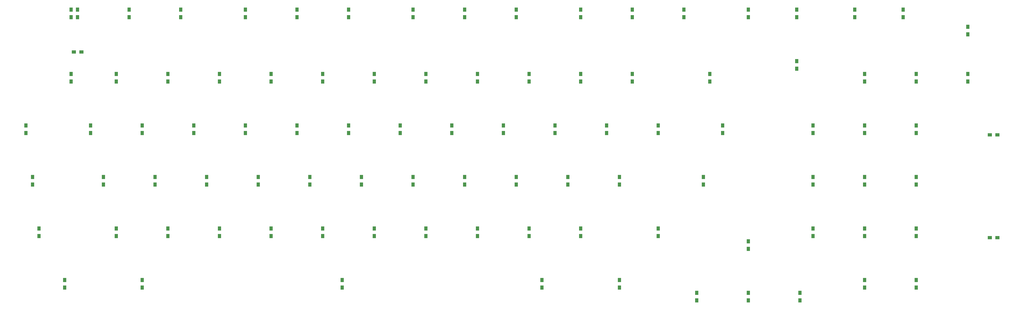
<source format=gbp>
G04 #@! TF.GenerationSoftware,KiCad,Pcbnew,5.1.0-060a0da~80~ubuntu18.04.1*
G04 #@! TF.CreationDate,2019-04-09T20:30:58-05:00*
G04 #@! TF.ProjectId,CBC2,43424332-2e6b-4696-9361-645f70636258,rev?*
G04 #@! TF.SameCoordinates,Original*
G04 #@! TF.FileFunction,Paste,Bot*
G04 #@! TF.FilePolarity,Positive*
%FSLAX46Y46*%
G04 Gerber Fmt 4.6, Leading zero omitted, Abs format (unit mm)*
G04 Created by KiCad (PCBNEW 5.1.0-060a0da~80~ubuntu18.04.1) date 2019-04-09 20:30:58*
%MOMM*%
%LPD*%
G04 APERTURE LIST*
%ADD10R,1.200000X1.600000*%
%ADD11R,1.600000X1.200000*%
G04 APERTURE END LIST*
D10*
X333375000Y-108137500D03*
X333375000Y-110937500D03*
X314325000Y-108137500D03*
X314325000Y-110937500D03*
X290512500Y-112900000D03*
X290512500Y-115700000D03*
X271462500Y-112900000D03*
X271462500Y-115700000D03*
X252412500Y-112900000D03*
X252412500Y-115700000D03*
X223837500Y-108137500D03*
X223837500Y-110937500D03*
X195262500Y-108137500D03*
X195262500Y-110937500D03*
X121443750Y-108137500D03*
X121443750Y-110937500D03*
X47625000Y-108137500D03*
X47625000Y-110937500D03*
X19050000Y-108137500D03*
X19050000Y-110937500D03*
D11*
X363400000Y-92500000D03*
X360600000Y-92500000D03*
D10*
X333375000Y-89087500D03*
X333375000Y-91887500D03*
X314325000Y-89087500D03*
X314325000Y-91887500D03*
X295275000Y-89087500D03*
X295275000Y-91887500D03*
X271462500Y-93850000D03*
X271462500Y-96650000D03*
X238125000Y-89087500D03*
X238125000Y-91887500D03*
X209550000Y-89087500D03*
X209550000Y-91887500D03*
X190500000Y-89087500D03*
X190500000Y-91887500D03*
X171450000Y-89087500D03*
X171450000Y-91887500D03*
X152400000Y-89087500D03*
X152400000Y-91887500D03*
X133350000Y-89087500D03*
X133350000Y-91887500D03*
X114300000Y-89087500D03*
X114300000Y-91887500D03*
X95250000Y-89087500D03*
X95250000Y-91887500D03*
X76200000Y-89087500D03*
X76200000Y-91887500D03*
X57150000Y-89087500D03*
X57150000Y-91887500D03*
X38100000Y-89087500D03*
X38100000Y-91887500D03*
X9525000Y-89087500D03*
X9525000Y-91887500D03*
X333375000Y-70037500D03*
X333375000Y-72837500D03*
X314325000Y-70037500D03*
X314325000Y-72837500D03*
X295275000Y-70037500D03*
X295275000Y-72837500D03*
X254793750Y-70037500D03*
X254793750Y-72837500D03*
X223837500Y-70037500D03*
X223837500Y-72837500D03*
X204787500Y-70037500D03*
X204787500Y-72837500D03*
X185737500Y-70037500D03*
X185737500Y-72837500D03*
X166687500Y-70037500D03*
X166687500Y-72837500D03*
X147637500Y-70037500D03*
X147637500Y-72837500D03*
X128587500Y-70037500D03*
X128587500Y-72837500D03*
X109537500Y-70037500D03*
X109537500Y-72837500D03*
X90487500Y-70037500D03*
X90487500Y-72837500D03*
X71437500Y-70037500D03*
X71437500Y-72837500D03*
X52387500Y-70037500D03*
X52387500Y-72837500D03*
X33337500Y-70037500D03*
X33337500Y-72837500D03*
X7143750Y-72837500D03*
X7143750Y-70037500D03*
D11*
X363400000Y-54500000D03*
X360600000Y-54500000D03*
D10*
X333375000Y-50987500D03*
X333375000Y-53787500D03*
X314325000Y-50987500D03*
X314325000Y-53787500D03*
X295275000Y-50987500D03*
X295275000Y-53787500D03*
X261937500Y-50987500D03*
X261937500Y-53787500D03*
X238125000Y-50987500D03*
X238125000Y-53787500D03*
X219075000Y-50987500D03*
X219075000Y-53787500D03*
X200025000Y-50987500D03*
X200025000Y-53787500D03*
X180975000Y-50987500D03*
X180975000Y-53787500D03*
X161925000Y-50987500D03*
X161925000Y-53787500D03*
X142875000Y-50987500D03*
X142875000Y-53787500D03*
X123825000Y-50987500D03*
X123825000Y-53787500D03*
X104775000Y-50987500D03*
X104775000Y-53787500D03*
X85725000Y-50987500D03*
X85725000Y-53787500D03*
X66675000Y-50987500D03*
X66675000Y-53787500D03*
X47625000Y-50987500D03*
X47625000Y-53787500D03*
X28575000Y-50987500D03*
X28575000Y-53787500D03*
X4762500Y-50987500D03*
X4762500Y-53787500D03*
X352425000Y-31937500D03*
X352425000Y-34737500D03*
X333375000Y-31937500D03*
X333375000Y-34737500D03*
X314325000Y-31937500D03*
X314325000Y-34737500D03*
X289322510Y-27175000D03*
X289322510Y-29975000D03*
X257175000Y-31937500D03*
X257175000Y-34737500D03*
X228600000Y-31937500D03*
X228600000Y-34737500D03*
X209550000Y-31937500D03*
X209550000Y-34737500D03*
X190500000Y-31937500D03*
X190500000Y-34737500D03*
X171450000Y-31937500D03*
X171450000Y-34737500D03*
X152400000Y-31937500D03*
X152400000Y-34737500D03*
X133350000Y-31937500D03*
X133350000Y-34737500D03*
X114300000Y-31937500D03*
X114300000Y-34737500D03*
X95250000Y-31937500D03*
X95250000Y-34737500D03*
X76200000Y-31937500D03*
X76200000Y-34737500D03*
X57150000Y-31937500D03*
X57150000Y-34737500D03*
X38100000Y-31937500D03*
X38100000Y-34737500D03*
X21431250Y-31937500D03*
X21431250Y-34737500D03*
D11*
X22412500Y-23812500D03*
X25212500Y-23812500D03*
D10*
X352425000Y-14475000D03*
X352425000Y-17275000D03*
X328612500Y-8125000D03*
X328612500Y-10925000D03*
X310753760Y-8125000D03*
X310753760Y-10925000D03*
X289322510Y-8125000D03*
X289322510Y-10925000D03*
X271462500Y-8125000D03*
X271462500Y-10925000D03*
X247650000Y-8125000D03*
X247650000Y-10925000D03*
X228600000Y-8125000D03*
X228600000Y-10925000D03*
X209550000Y-8125000D03*
X209550000Y-10925000D03*
X185737500Y-8125000D03*
X185737500Y-10925000D03*
X166687500Y-8125000D03*
X166687500Y-10925000D03*
X147637500Y-8125000D03*
X147637500Y-10925000D03*
X123825000Y-8125000D03*
X123825000Y-10925000D03*
X104775000Y-8125000D03*
X104775000Y-10925000D03*
X85725000Y-8125000D03*
X85725000Y-10925000D03*
X61912500Y-8125000D03*
X61912500Y-10925000D03*
X42862500Y-8125000D03*
X42862500Y-10925000D03*
X23812500Y-8125000D03*
X23812500Y-10925000D03*
X21431250Y-8125000D03*
X21431250Y-10925000D03*
M02*

</source>
